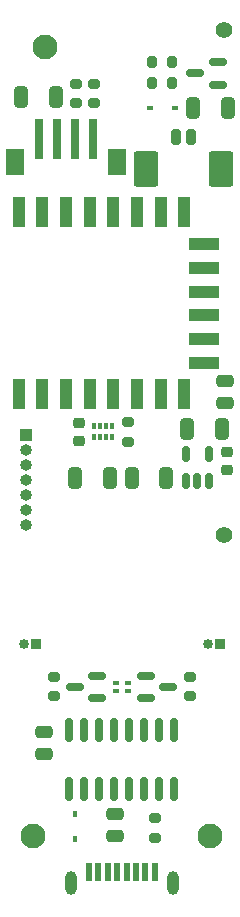
<source format=gbr>
%TF.GenerationSoftware,KiCad,Pcbnew,6.0.2*%
%TF.CreationDate,2022-05-05T15:49:37+02:00*%
%TF.ProjectId,espriktning,65737072-696b-4746-9e69-6e672e6b6963,rev?*%
%TF.SameCoordinates,Original*%
%TF.FileFunction,Soldermask,Top*%
%TF.FilePolarity,Negative*%
%FSLAX46Y46*%
G04 Gerber Fmt 4.6, Leading zero omitted, Abs format (unit mm)*
G04 Created by KiCad (PCBNEW 6.0.2) date 2022-05-05 15:49:37*
%MOMM*%
%LPD*%
G01*
G04 APERTURE LIST*
G04 Aperture macros list*
%AMRoundRect*
0 Rectangle with rounded corners*
0 $1 Rounding radius*
0 $2 $3 $4 $5 $6 $7 $8 $9 X,Y pos of 4 corners*
0 Add a 4 corners polygon primitive as box body*
4,1,4,$2,$3,$4,$5,$6,$7,$8,$9,$2,$3,0*
0 Add four circle primitives for the rounded corners*
1,1,$1+$1,$2,$3*
1,1,$1+$1,$4,$5*
1,1,$1+$1,$6,$7*
1,1,$1+$1,$8,$9*
0 Add four rect primitives between the rounded corners*
20,1,$1+$1,$2,$3,$4,$5,0*
20,1,$1+$1,$4,$5,$6,$7,0*
20,1,$1+$1,$6,$7,$8,$9,0*
20,1,$1+$1,$8,$9,$2,$3,0*%
G04 Aperture macros list end*
%ADD10O,1.000000X1.000000*%
%ADD11R,1.000000X1.000000*%
%ADD12C,1.400000*%
%ADD13RoundRect,0.150000X0.150000X-0.512500X0.150000X0.512500X-0.150000X0.512500X-0.150000X-0.512500X0*%
%ADD14R,0.600000X1.600000*%
%ADD15RoundRect,0.500000X0.000000X-0.500000X0.000000X-0.500000X0.000000X0.500000X0.000000X0.500000X0*%
%ADD16RoundRect,0.200000X-0.275000X0.200000X-0.275000X-0.200000X0.275000X-0.200000X0.275000X0.200000X0*%
%ADD17R,0.700000X3.500000*%
%ADD18R,1.600000X2.300000*%
%ADD19RoundRect,0.200000X0.200000X0.275000X-0.200000X0.275000X-0.200000X-0.275000X0.200000X-0.275000X0*%
%ADD20RoundRect,0.200000X-0.200000X-0.450000X0.200000X-0.450000X0.200000X0.450000X-0.200000X0.450000X0*%
%ADD21RoundRect,0.250001X-0.799999X-1.249999X0.799999X-1.249999X0.799999X1.249999X-0.799999X1.249999X0*%
%ADD22RoundRect,0.250000X-0.325000X-0.650000X0.325000X-0.650000X0.325000X0.650000X-0.325000X0.650000X0*%
%ADD23R,0.850000X0.850000*%
%ADD24O,0.850000X0.850000*%
%ADD25C,2.100000*%
%ADD26RoundRect,0.225000X-0.250000X0.225000X-0.250000X-0.225000X0.250000X-0.225000X0.250000X0.225000X0*%
%ADD27RoundRect,0.250000X-0.475000X0.250000X-0.475000X-0.250000X0.475000X-0.250000X0.475000X0.250000X0*%
%ADD28RoundRect,0.150000X0.587500X0.150000X-0.587500X0.150000X-0.587500X-0.150000X0.587500X-0.150000X0*%
%ADD29RoundRect,0.150000X-0.587500X-0.150000X0.587500X-0.150000X0.587500X0.150000X-0.587500X0.150000X0*%
%ADD30RoundRect,0.150000X0.150000X-0.825000X0.150000X0.825000X-0.150000X0.825000X-0.150000X-0.825000X0*%
%ADD31RoundRect,0.250000X0.325000X0.650000X-0.325000X0.650000X-0.325000X-0.650000X0.325000X-0.650000X0*%
%ADD32R,0.450000X0.600000*%
%ADD33R,0.600000X0.450000*%
%ADD34R,1.100000X2.500000*%
%ADD35R,2.500000X1.100000*%
%ADD36R,0.500000X0.400000*%
%ADD37R,0.400000X0.500000*%
%ADD38R,0.300000X0.500000*%
%ADD39RoundRect,0.200000X0.275000X-0.200000X0.275000X0.200000X-0.275000X0.200000X-0.275000X-0.200000X0*%
G04 APERTURE END LIST*
D10*
%TO.C,J4*%
X31900000Y-73195000D03*
X31900000Y-71925000D03*
X31900000Y-70655000D03*
X31900000Y-69385000D03*
X31900000Y-68115000D03*
X31900000Y-66845000D03*
D11*
X31900000Y-65575000D03*
%TD*%
D12*
%TO.C,J7*%
X48625000Y-31225000D03*
%TD*%
%TO.C,J6*%
X48625000Y-73975000D03*
%TD*%
D13*
%TO.C,U2*%
X45450000Y-69437500D03*
X46400000Y-69437500D03*
X47350000Y-69437500D03*
X47350000Y-67162500D03*
X45450000Y-67162500D03*
%TD*%
D14*
%TO.C,J1*%
X42800000Y-102500000D03*
X37200000Y-102500000D03*
X38000000Y-102500000D03*
X42000000Y-102500000D03*
X41200000Y-102500000D03*
X38800000Y-102500000D03*
X39600000Y-102500000D03*
X40400000Y-102500000D03*
D15*
X44320000Y-103500000D03*
X35680000Y-103500000D03*
%TD*%
D16*
%TO.C,R3*%
X42800000Y-97975000D03*
X42800000Y-99625000D03*
%TD*%
D17*
%TO.C,J2*%
X33025000Y-40450000D03*
X34525000Y-40450000D03*
X36025000Y-40450000D03*
X37525000Y-40450000D03*
D18*
X39575000Y-42450000D03*
X30975000Y-42450000D03*
%TD*%
D19*
%TO.C,R8*%
X44250000Y-35775000D03*
X42600000Y-35775000D03*
%TD*%
%TO.C,R9*%
X44250000Y-33975000D03*
X42600000Y-33975000D03*
%TD*%
D20*
%TO.C,J3*%
X44600000Y-40300000D03*
X45850000Y-40300000D03*
D21*
X42050000Y-43050000D03*
X48400000Y-43050000D03*
%TD*%
D16*
%TO.C,R5*%
X40500000Y-64475000D03*
X40500000Y-66125000D03*
%TD*%
D22*
%TO.C,C3*%
X45525000Y-65000000D03*
X48475000Y-65000000D03*
%TD*%
%TO.C,C4*%
X36075000Y-69200000D03*
X39025000Y-69200000D03*
%TD*%
D23*
%TO.C,SW1*%
X32700000Y-83200000D03*
D24*
X31700000Y-83200000D03*
%TD*%
D23*
%TO.C,SW2*%
X48300000Y-83200000D03*
D24*
X47300000Y-83200000D03*
%TD*%
D25*
%TO.C,REF\u002A\u002A*%
X32500000Y-99500000D03*
%TD*%
%TO.C,REF\u002A\u002A*%
X47500000Y-99500000D03*
%TD*%
D26*
%TO.C,C2*%
X36350000Y-64539511D03*
X36350000Y-66089511D03*
%TD*%
D27*
%TO.C,C7*%
X48700000Y-60950000D03*
X48700000Y-62850000D03*
%TD*%
%TO.C,C5*%
X39400000Y-97600000D03*
X39400000Y-99500000D03*
%TD*%
%TO.C,C6*%
X33450000Y-90650000D03*
X33450000Y-92550000D03*
%TD*%
D28*
%TO.C,Q2*%
X37937500Y-87850000D03*
X37937500Y-85950000D03*
X36062500Y-86900000D03*
%TD*%
D29*
%TO.C,Q3*%
X42062500Y-85950000D03*
X42062500Y-87850000D03*
X43937500Y-86900000D03*
%TD*%
D30*
%TO.C,U3*%
X35555000Y-95475000D03*
X36825000Y-95475000D03*
X38095000Y-95475000D03*
X39365000Y-95475000D03*
X40635000Y-95475000D03*
X41905000Y-95475000D03*
X43175000Y-95475000D03*
X44445000Y-95475000D03*
X44445000Y-90525000D03*
X43175000Y-90525000D03*
X41905000Y-90525000D03*
X40635000Y-90525000D03*
X39365000Y-90525000D03*
X38095000Y-90525000D03*
X36825000Y-90525000D03*
X35555000Y-90525000D03*
%TD*%
D22*
%TO.C,C8*%
X46050000Y-37875000D03*
X49000000Y-37875000D03*
%TD*%
D31*
%TO.C,C9*%
X34400000Y-36925000D03*
X31450000Y-36925000D03*
%TD*%
D32*
%TO.C,D19*%
X36050000Y-97650000D03*
X36050000Y-99750000D03*
%TD*%
D16*
%TO.C,R10*%
X34250000Y-86025000D03*
X34250000Y-87675000D03*
%TD*%
%TO.C,R13*%
X45800000Y-86025000D03*
X45800000Y-87675000D03*
%TD*%
D33*
%TO.C,D1*%
X44475000Y-37875000D03*
X42375000Y-37875000D03*
%TD*%
D34*
%TO.C,U1*%
X31287500Y-62100000D03*
X33287500Y-62100000D03*
X35287500Y-62100000D03*
X37287500Y-62100000D03*
X39287500Y-62100000D03*
X41287500Y-62100000D03*
X43287500Y-62100000D03*
X45287500Y-62100000D03*
X45287500Y-46700000D03*
X43287500Y-46700000D03*
X41287500Y-46700000D03*
X39287500Y-46700000D03*
X37287500Y-46700000D03*
X35287500Y-46700000D03*
X33287500Y-46700000D03*
X31287500Y-46700000D03*
D35*
X46987500Y-59410000D03*
X46987500Y-57410000D03*
X46987500Y-55410000D03*
X46987500Y-53410000D03*
X46987500Y-51410000D03*
X46987500Y-49410000D03*
%TD*%
D28*
%TO.C,Q1*%
X48112500Y-35875000D03*
X48112500Y-33975000D03*
X46237500Y-34925000D03*
%TD*%
D31*
%TO.C,C1*%
X43775000Y-69200000D03*
X40825000Y-69200000D03*
%TD*%
D26*
%TO.C,C11*%
X48950000Y-66975000D03*
X48950000Y-68525000D03*
%TD*%
D36*
%TO.C,RN1*%
X40500000Y-87250000D03*
X39500000Y-87250000D03*
X40500000Y-86550000D03*
X39500000Y-86550000D03*
%TD*%
D37*
%TO.C,RN2*%
X39150000Y-64750000D03*
D38*
X38650000Y-64750000D03*
X38150000Y-64750000D03*
D37*
X37650000Y-64750000D03*
X37650000Y-65750000D03*
D38*
X38150000Y-65750000D03*
X38650000Y-65750000D03*
D37*
X39150000Y-65750000D03*
%TD*%
D25*
%TO.C,REF\u002A\u002A*%
X33500000Y-32650000D03*
%TD*%
D39*
%TO.C,R6*%
X36100000Y-37450000D03*
X36100000Y-35800000D03*
%TD*%
%TO.C,R4*%
X37675000Y-37450000D03*
X37675000Y-35800000D03*
%TD*%
M02*

</source>
